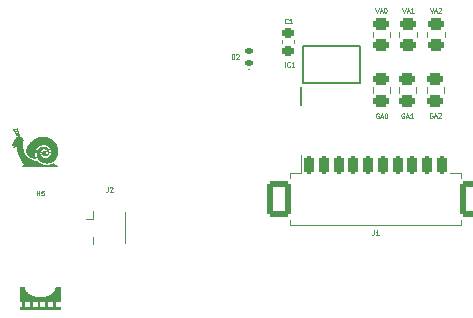
<source format=gto>
%TF.GenerationSoftware,KiCad,Pcbnew,7.0.10-7.0.10~ubuntu22.04.1*%
%TF.CreationDate,2024-06-11T12:31:41+02:00*%
%TF.ProjectId,PQ_Lat_Board,50515f4c-6174-45f4-926f-6172642e6b69,rev?*%
%TF.SameCoordinates,Original*%
%TF.FileFunction,Legend,Top*%
%TF.FilePolarity,Positive*%
%FSLAX46Y46*%
G04 Gerber Fmt 4.6, Leading zero omitted, Abs format (unit mm)*
G04 Created by KiCad (PCBNEW 7.0.10-7.0.10~ubuntu22.04.1) date 2024-06-11 12:31:41*
%MOMM*%
%LPD*%
G01*
G04 APERTURE LIST*
G04 Aperture macros list*
%AMRoundRect*
0 Rectangle with rounded corners*
0 $1 Rounding radius*
0 $2 $3 $4 $5 $6 $7 $8 $9 X,Y pos of 4 corners*
0 Add a 4 corners polygon primitive as box body*
4,1,4,$2,$3,$4,$5,$6,$7,$8,$9,$2,$3,0*
0 Add four circle primitives for the rounded corners*
1,1,$1+$1,$2,$3*
1,1,$1+$1,$4,$5*
1,1,$1+$1,$6,$7*
1,1,$1+$1,$8,$9*
0 Add four rect primitives between the rounded corners*
20,1,$1+$1,$2,$3,$4,$5,0*
20,1,$1+$1,$4,$5,$6,$7,0*
20,1,$1+$1,$6,$7,$8,$9,0*
20,1,$1+$1,$8,$9,$2,$3,0*%
G04 Aperture macros list end*
%ADD10C,0.100000*%
%ADD11C,0.120000*%
%ADD12C,0.200000*%
%ADD13RoundRect,0.250000X-0.450000X0.262500X-0.450000X-0.262500X0.450000X-0.262500X0.450000X0.262500X0*%
%ADD14RoundRect,0.250000X0.450000X-0.262500X0.450000X0.262500X-0.450000X0.262500X-0.450000X-0.262500X0*%
%ADD15RoundRect,0.200000X-0.200000X-0.600000X0.200000X-0.600000X0.200000X0.600000X-0.200000X0.600000X0*%
%ADD16RoundRect,0.250001X-0.799999X-1.249999X0.799999X-1.249999X0.799999X1.249999X-0.799999X1.249999X0*%
%ADD17R,0.700000X1.550000*%
%ADD18RoundRect,0.147500X0.172500X-0.147500X0.172500X0.147500X-0.172500X0.147500X-0.172500X-0.147500X0*%
%ADD19C,4.400000*%
%ADD20RoundRect,0.225000X-0.250000X0.225000X-0.250000X-0.225000X0.250000X-0.225000X0.250000X0.225000X0*%
%ADD21C,3.500000*%
%ADD22C,2.600000*%
%ADD23C,3.800000*%
%ADD24R,1.050000X1.000000*%
%ADD25R,2.200000X1.050000*%
%ADD26C,1.600000*%
%ADD27O,1.600000X1.600000*%
G04 APERTURE END LIST*
D10*
X111699857Y-56347095D02*
X111661762Y-56328047D01*
X111661762Y-56328047D02*
X111604619Y-56328047D01*
X111604619Y-56328047D02*
X111547476Y-56347095D01*
X111547476Y-56347095D02*
X111509381Y-56385190D01*
X111509381Y-56385190D02*
X111490334Y-56423285D01*
X111490334Y-56423285D02*
X111471286Y-56499476D01*
X111471286Y-56499476D02*
X111471286Y-56556619D01*
X111471286Y-56556619D02*
X111490334Y-56632809D01*
X111490334Y-56632809D02*
X111509381Y-56670904D01*
X111509381Y-56670904D02*
X111547476Y-56709000D01*
X111547476Y-56709000D02*
X111604619Y-56728047D01*
X111604619Y-56728047D02*
X111642715Y-56728047D01*
X111642715Y-56728047D02*
X111699857Y-56709000D01*
X111699857Y-56709000D02*
X111718905Y-56689952D01*
X111718905Y-56689952D02*
X111718905Y-56556619D01*
X111718905Y-56556619D02*
X111642715Y-56556619D01*
X111871286Y-56613761D02*
X112061762Y-56613761D01*
X111833191Y-56728047D02*
X111966524Y-56328047D01*
X111966524Y-56328047D02*
X112099857Y-56728047D01*
X112214143Y-56366142D02*
X112233191Y-56347095D01*
X112233191Y-56347095D02*
X112271286Y-56328047D01*
X112271286Y-56328047D02*
X112366524Y-56328047D01*
X112366524Y-56328047D02*
X112404619Y-56347095D01*
X112404619Y-56347095D02*
X112423667Y-56366142D01*
X112423667Y-56366142D02*
X112442714Y-56404238D01*
X112442714Y-56404238D02*
X112442714Y-56442333D01*
X112442714Y-56442333D02*
X112423667Y-56499476D01*
X112423667Y-56499476D02*
X112195095Y-56728047D01*
X112195095Y-56728047D02*
X112442714Y-56728047D01*
X109175762Y-47425647D02*
X109309095Y-47825647D01*
X109309095Y-47825647D02*
X109442428Y-47425647D01*
X109556714Y-47711361D02*
X109747190Y-47711361D01*
X109518619Y-47825647D02*
X109651952Y-47425647D01*
X109651952Y-47425647D02*
X109785285Y-47825647D01*
X110128142Y-47825647D02*
X109899571Y-47825647D01*
X110013857Y-47825647D02*
X110013857Y-47425647D01*
X110013857Y-47425647D02*
X109975761Y-47482790D01*
X109975761Y-47482790D02*
X109937666Y-47520885D01*
X109937666Y-47520885D02*
X109899571Y-47539933D01*
X106769066Y-66259447D02*
X106769066Y-66545161D01*
X106769066Y-66545161D02*
X106750019Y-66602304D01*
X106750019Y-66602304D02*
X106711923Y-66640400D01*
X106711923Y-66640400D02*
X106654781Y-66659447D01*
X106654781Y-66659447D02*
X106616685Y-66659447D01*
X107169066Y-66659447D02*
X106940495Y-66659447D01*
X107054781Y-66659447D02*
X107054781Y-66259447D01*
X107054781Y-66259447D02*
X107016685Y-66316590D01*
X107016685Y-66316590D02*
X106978590Y-66354685D01*
X106978590Y-66354685D02*
X106940495Y-66373733D01*
X111504762Y-47425647D02*
X111638095Y-47825647D01*
X111638095Y-47825647D02*
X111771428Y-47425647D01*
X111885714Y-47711361D02*
X112076190Y-47711361D01*
X111847619Y-47825647D02*
X111980952Y-47425647D01*
X111980952Y-47425647D02*
X112114285Y-47825647D01*
X112228571Y-47463742D02*
X112247619Y-47444695D01*
X112247619Y-47444695D02*
X112285714Y-47425647D01*
X112285714Y-47425647D02*
X112380952Y-47425647D01*
X112380952Y-47425647D02*
X112419047Y-47444695D01*
X112419047Y-47444695D02*
X112438095Y-47463742D01*
X112438095Y-47463742D02*
X112457142Y-47501838D01*
X112457142Y-47501838D02*
X112457142Y-47539933D01*
X112457142Y-47539933D02*
X112438095Y-47597076D01*
X112438095Y-47597076D02*
X112209523Y-47825647D01*
X112209523Y-47825647D02*
X112457142Y-47825647D01*
X99228124Y-52410047D02*
X99228124Y-52010047D01*
X99647171Y-52371952D02*
X99628123Y-52391000D01*
X99628123Y-52391000D02*
X99570981Y-52410047D01*
X99570981Y-52410047D02*
X99532885Y-52410047D01*
X99532885Y-52410047D02*
X99475742Y-52391000D01*
X99475742Y-52391000D02*
X99437647Y-52352904D01*
X99437647Y-52352904D02*
X99418600Y-52314809D01*
X99418600Y-52314809D02*
X99399552Y-52238619D01*
X99399552Y-52238619D02*
X99399552Y-52181476D01*
X99399552Y-52181476D02*
X99418600Y-52105285D01*
X99418600Y-52105285D02*
X99437647Y-52067190D01*
X99437647Y-52067190D02*
X99475742Y-52029095D01*
X99475742Y-52029095D02*
X99532885Y-52010047D01*
X99532885Y-52010047D02*
X99570981Y-52010047D01*
X99570981Y-52010047D02*
X99628123Y-52029095D01*
X99628123Y-52029095D02*
X99647171Y-52048142D01*
X100028123Y-52410047D02*
X99799552Y-52410047D01*
X99913838Y-52410047D02*
X99913838Y-52010047D01*
X99913838Y-52010047D02*
X99875742Y-52067190D01*
X99875742Y-52067190D02*
X99837647Y-52105285D01*
X99837647Y-52105285D02*
X99799552Y-52124333D01*
X106888762Y-47425647D02*
X107022095Y-47825647D01*
X107022095Y-47825647D02*
X107155428Y-47425647D01*
X107269714Y-47711361D02*
X107460190Y-47711361D01*
X107231619Y-47825647D02*
X107364952Y-47425647D01*
X107364952Y-47425647D02*
X107498285Y-47825647D01*
X107707809Y-47425647D02*
X107745904Y-47425647D01*
X107745904Y-47425647D02*
X107784000Y-47444695D01*
X107784000Y-47444695D02*
X107803047Y-47463742D01*
X107803047Y-47463742D02*
X107822095Y-47501838D01*
X107822095Y-47501838D02*
X107841142Y-47578028D01*
X107841142Y-47578028D02*
X107841142Y-47673266D01*
X107841142Y-47673266D02*
X107822095Y-47749457D01*
X107822095Y-47749457D02*
X107803047Y-47787552D01*
X107803047Y-47787552D02*
X107784000Y-47806600D01*
X107784000Y-47806600D02*
X107745904Y-47825647D01*
X107745904Y-47825647D02*
X107707809Y-47825647D01*
X107707809Y-47825647D02*
X107669714Y-47806600D01*
X107669714Y-47806600D02*
X107650666Y-47787552D01*
X107650666Y-47787552D02*
X107631619Y-47749457D01*
X107631619Y-47749457D02*
X107612571Y-47673266D01*
X107612571Y-47673266D02*
X107612571Y-47578028D01*
X107612571Y-47578028D02*
X107631619Y-47501838D01*
X107631619Y-47501838D02*
X107650666Y-47463742D01*
X107650666Y-47463742D02*
X107669714Y-47444695D01*
X107669714Y-47444695D02*
X107707809Y-47425647D01*
X94718362Y-51751947D02*
X94718362Y-51351947D01*
X94718362Y-51351947D02*
X94813600Y-51351947D01*
X94813600Y-51351947D02*
X94870743Y-51370995D01*
X94870743Y-51370995D02*
X94908838Y-51409090D01*
X94908838Y-51409090D02*
X94927885Y-51447185D01*
X94927885Y-51447185D02*
X94946933Y-51523376D01*
X94946933Y-51523376D02*
X94946933Y-51580519D01*
X94946933Y-51580519D02*
X94927885Y-51656709D01*
X94927885Y-51656709D02*
X94908838Y-51694804D01*
X94908838Y-51694804D02*
X94870743Y-51732900D01*
X94870743Y-51732900D02*
X94813600Y-51751947D01*
X94813600Y-51751947D02*
X94718362Y-51751947D01*
X95099314Y-51390042D02*
X95118362Y-51370995D01*
X95118362Y-51370995D02*
X95156457Y-51351947D01*
X95156457Y-51351947D02*
X95251695Y-51351947D01*
X95251695Y-51351947D02*
X95289790Y-51370995D01*
X95289790Y-51370995D02*
X95308838Y-51390042D01*
X95308838Y-51390042D02*
X95327885Y-51428138D01*
X95327885Y-51428138D02*
X95327885Y-51466233D01*
X95327885Y-51466233D02*
X95308838Y-51523376D01*
X95308838Y-51523376D02*
X95080266Y-51751947D01*
X95080266Y-51751947D02*
X95327885Y-51751947D01*
X99444333Y-48701952D02*
X99425285Y-48721000D01*
X99425285Y-48721000D02*
X99368143Y-48740047D01*
X99368143Y-48740047D02*
X99330047Y-48740047D01*
X99330047Y-48740047D02*
X99272904Y-48721000D01*
X99272904Y-48721000D02*
X99234809Y-48682904D01*
X99234809Y-48682904D02*
X99215762Y-48644809D01*
X99215762Y-48644809D02*
X99196714Y-48568619D01*
X99196714Y-48568619D02*
X99196714Y-48511476D01*
X99196714Y-48511476D02*
X99215762Y-48435285D01*
X99215762Y-48435285D02*
X99234809Y-48397190D01*
X99234809Y-48397190D02*
X99272904Y-48359095D01*
X99272904Y-48359095D02*
X99330047Y-48340047D01*
X99330047Y-48340047D02*
X99368143Y-48340047D01*
X99368143Y-48340047D02*
X99425285Y-48359095D01*
X99425285Y-48359095D02*
X99444333Y-48378142D01*
X99825285Y-48740047D02*
X99596714Y-48740047D01*
X99711000Y-48740047D02*
X99711000Y-48340047D01*
X99711000Y-48340047D02*
X99672904Y-48397190D01*
X99672904Y-48397190D02*
X99634809Y-48435285D01*
X99634809Y-48435285D02*
X99596714Y-48454333D01*
X107153257Y-56372495D02*
X107115162Y-56353447D01*
X107115162Y-56353447D02*
X107058019Y-56353447D01*
X107058019Y-56353447D02*
X107000876Y-56372495D01*
X107000876Y-56372495D02*
X106962781Y-56410590D01*
X106962781Y-56410590D02*
X106943734Y-56448685D01*
X106943734Y-56448685D02*
X106924686Y-56524876D01*
X106924686Y-56524876D02*
X106924686Y-56582019D01*
X106924686Y-56582019D02*
X106943734Y-56658209D01*
X106943734Y-56658209D02*
X106962781Y-56696304D01*
X106962781Y-56696304D02*
X107000876Y-56734400D01*
X107000876Y-56734400D02*
X107058019Y-56753447D01*
X107058019Y-56753447D02*
X107096115Y-56753447D01*
X107096115Y-56753447D02*
X107153257Y-56734400D01*
X107153257Y-56734400D02*
X107172305Y-56715352D01*
X107172305Y-56715352D02*
X107172305Y-56582019D01*
X107172305Y-56582019D02*
X107096115Y-56582019D01*
X107324686Y-56639161D02*
X107515162Y-56639161D01*
X107286591Y-56753447D02*
X107419924Y-56353447D01*
X107419924Y-56353447D02*
X107553257Y-56753447D01*
X107762781Y-56353447D02*
X107800876Y-56353447D01*
X107800876Y-56353447D02*
X107838972Y-56372495D01*
X107838972Y-56372495D02*
X107858019Y-56391542D01*
X107858019Y-56391542D02*
X107877067Y-56429638D01*
X107877067Y-56429638D02*
X107896114Y-56505828D01*
X107896114Y-56505828D02*
X107896114Y-56601066D01*
X107896114Y-56601066D02*
X107877067Y-56677257D01*
X107877067Y-56677257D02*
X107858019Y-56715352D01*
X107858019Y-56715352D02*
X107838972Y-56734400D01*
X107838972Y-56734400D02*
X107800876Y-56753447D01*
X107800876Y-56753447D02*
X107762781Y-56753447D01*
X107762781Y-56753447D02*
X107724686Y-56734400D01*
X107724686Y-56734400D02*
X107705638Y-56715352D01*
X107705638Y-56715352D02*
X107686591Y-56677257D01*
X107686591Y-56677257D02*
X107667543Y-56601066D01*
X107667543Y-56601066D02*
X107667543Y-56505828D01*
X107667543Y-56505828D02*
X107686591Y-56429638D01*
X107686591Y-56429638D02*
X107705638Y-56391542D01*
X107705638Y-56391542D02*
X107724686Y-56372495D01*
X107724686Y-56372495D02*
X107762781Y-56353447D01*
X109312257Y-56372495D02*
X109274162Y-56353447D01*
X109274162Y-56353447D02*
X109217019Y-56353447D01*
X109217019Y-56353447D02*
X109159876Y-56372495D01*
X109159876Y-56372495D02*
X109121781Y-56410590D01*
X109121781Y-56410590D02*
X109102734Y-56448685D01*
X109102734Y-56448685D02*
X109083686Y-56524876D01*
X109083686Y-56524876D02*
X109083686Y-56582019D01*
X109083686Y-56582019D02*
X109102734Y-56658209D01*
X109102734Y-56658209D02*
X109121781Y-56696304D01*
X109121781Y-56696304D02*
X109159876Y-56734400D01*
X109159876Y-56734400D02*
X109217019Y-56753447D01*
X109217019Y-56753447D02*
X109255115Y-56753447D01*
X109255115Y-56753447D02*
X109312257Y-56734400D01*
X109312257Y-56734400D02*
X109331305Y-56715352D01*
X109331305Y-56715352D02*
X109331305Y-56582019D01*
X109331305Y-56582019D02*
X109255115Y-56582019D01*
X109483686Y-56639161D02*
X109674162Y-56639161D01*
X109445591Y-56753447D02*
X109578924Y-56353447D01*
X109578924Y-56353447D02*
X109712257Y-56753447D01*
X110055114Y-56753447D02*
X109826543Y-56753447D01*
X109940829Y-56753447D02*
X109940829Y-56353447D01*
X109940829Y-56353447D02*
X109902733Y-56410590D01*
X109902733Y-56410590D02*
X109864638Y-56448685D01*
X109864638Y-56448685D02*
X109826543Y-56467733D01*
X78200438Y-63302247D02*
X78200438Y-62902247D01*
X78200438Y-63092723D02*
X78429009Y-63092723D01*
X78429009Y-63302247D02*
X78429009Y-62902247D01*
X78809962Y-62902247D02*
X78619486Y-62902247D01*
X78619486Y-62902247D02*
X78600438Y-63092723D01*
X78600438Y-63092723D02*
X78619486Y-63073676D01*
X78619486Y-63073676D02*
X78657581Y-63054628D01*
X78657581Y-63054628D02*
X78752819Y-63054628D01*
X78752819Y-63054628D02*
X78790914Y-63073676D01*
X78790914Y-63073676D02*
X78809962Y-63092723D01*
X78809962Y-63092723D02*
X78829009Y-63130819D01*
X78829009Y-63130819D02*
X78829009Y-63226057D01*
X78829009Y-63226057D02*
X78809962Y-63264152D01*
X78809962Y-63264152D02*
X78790914Y-63283200D01*
X78790914Y-63283200D02*
X78752819Y-63302247D01*
X78752819Y-63302247D02*
X78657581Y-63302247D01*
X78657581Y-63302247D02*
X78619486Y-63283200D01*
X78619486Y-63283200D02*
X78600438Y-63264152D01*
X84231666Y-62602247D02*
X84231666Y-62887961D01*
X84231666Y-62887961D02*
X84212619Y-62945104D01*
X84212619Y-62945104D02*
X84174523Y-62983200D01*
X84174523Y-62983200D02*
X84117381Y-63002247D01*
X84117381Y-63002247D02*
X84079285Y-63002247D01*
X84403095Y-62640342D02*
X84422143Y-62621295D01*
X84422143Y-62621295D02*
X84460238Y-62602247D01*
X84460238Y-62602247D02*
X84555476Y-62602247D01*
X84555476Y-62602247D02*
X84593571Y-62621295D01*
X84593571Y-62621295D02*
X84612619Y-62640342D01*
X84612619Y-62640342D02*
X84631666Y-62678438D01*
X84631666Y-62678438D02*
X84631666Y-62716533D01*
X84631666Y-62716533D02*
X84612619Y-62773676D01*
X84612619Y-62773676D02*
X84384047Y-63002247D01*
X84384047Y-63002247D02*
X84631666Y-63002247D01*
D11*
%TO.C,GA2*%
X112687000Y-54149736D02*
X112687000Y-54603864D01*
X111217000Y-54149736D02*
X111217000Y-54603864D01*
%TO.C,VA1*%
X108916000Y-49904864D02*
X108916000Y-49450736D01*
X110386000Y-49904864D02*
X110386000Y-49450736D01*
%TO.C,J1*%
X99656617Y-61408784D02*
X100606617Y-61408784D01*
X99656617Y-61858784D02*
X99656617Y-61408784D01*
X99656617Y-65378784D02*
X99656617Y-65828784D01*
X99656617Y-65828784D02*
X114126617Y-65828784D01*
X100606617Y-61408784D02*
X100606617Y-59918784D01*
X114126617Y-61408784D02*
X113176617Y-61408784D01*
X114126617Y-61858784D02*
X114126617Y-61408784D01*
X114126617Y-65828784D02*
X114126617Y-65378784D01*
%TO.C,VA2*%
X111267000Y-49904864D02*
X111267000Y-49450736D01*
X112737000Y-49904864D02*
X112737000Y-49450736D01*
D12*
%TO.C,IC1*%
X100563600Y-55672200D02*
X100563600Y-54122200D01*
X100718600Y-53772200D02*
X100718600Y-50622200D01*
X105618600Y-53772200D02*
X100718600Y-53772200D01*
X100718600Y-50622200D02*
X105618600Y-50622200D01*
X105618600Y-50622200D02*
X105618600Y-53772200D01*
D11*
%TO.C,VA0*%
X106650000Y-49904864D02*
X106650000Y-49450736D01*
X108120000Y-49904864D02*
X108120000Y-49450736D01*
D10*
%TO.C,D2*%
X96233600Y-52662100D02*
G75*
G03*
X96133600Y-52662100I-50000J0D01*
G01*
X96133600Y-52662100D02*
G75*
G03*
X96233600Y-52662100I50000J0D01*
G01*
%TO.C,Annotation1*%
G36*
X79808353Y-72771745D02*
G01*
X80238742Y-72771745D01*
X80238742Y-72990467D01*
X76781520Y-72990467D01*
X76781520Y-72771745D01*
X76996714Y-72771745D01*
X77215437Y-72771745D01*
X77645825Y-72771745D01*
X77645825Y-72341356D01*
X77861020Y-72341356D01*
X77861020Y-72771745D01*
X78294937Y-72771745D01*
X78294937Y-72341356D01*
X78510131Y-72341356D01*
X78510131Y-72771745D01*
X78940520Y-72771745D01*
X78940520Y-72341356D01*
X79159242Y-72341356D01*
X79159242Y-72771745D01*
X79589631Y-72771745D01*
X79589631Y-72341356D01*
X79159242Y-72341356D01*
X78940520Y-72341356D01*
X78510131Y-72341356D01*
X78294937Y-72341356D01*
X77861020Y-72341356D01*
X77645825Y-72341356D01*
X77215437Y-72341356D01*
X77215437Y-72771745D01*
X76996714Y-72771745D01*
X76996714Y-72341356D01*
X76781520Y-72341356D01*
X76781520Y-71043134D01*
X76997420Y-71043839D01*
X77213673Y-71044898D01*
X77216142Y-71085467D01*
X77217814Y-71106615D01*
X77220311Y-71127719D01*
X77227749Y-71169750D01*
X77238394Y-71211470D01*
X77252181Y-71252789D01*
X77269048Y-71293618D01*
X77288931Y-71333867D01*
X77311769Y-71373449D01*
X77337498Y-71412272D01*
X77366054Y-71450247D01*
X77397375Y-71487286D01*
X77431397Y-71523298D01*
X77468059Y-71558195D01*
X77507295Y-71591886D01*
X77549045Y-71624284D01*
X77593243Y-71655297D01*
X77639828Y-71684837D01*
X77673963Y-71704763D01*
X77708892Y-71723793D01*
X77744608Y-71741925D01*
X77781105Y-71759157D01*
X77818375Y-71775485D01*
X77856410Y-71790908D01*
X77895205Y-71805422D01*
X77934751Y-71819024D01*
X77975040Y-71831714D01*
X78016067Y-71843487D01*
X78057824Y-71854341D01*
X78100302Y-71864274D01*
X78143497Y-71873283D01*
X78187399Y-71881365D01*
X78232001Y-71888518D01*
X78277298Y-71894739D01*
X78336037Y-71900861D01*
X78399149Y-71904953D01*
X78465255Y-71907036D01*
X78532973Y-71907131D01*
X78600923Y-71905257D01*
X78667723Y-71901437D01*
X78731994Y-71895689D01*
X78792353Y-71888037D01*
X78882021Y-71872433D01*
X78969087Y-71852723D01*
X79053298Y-71829073D01*
X79134399Y-71801650D01*
X79212137Y-71770623D01*
X79249665Y-71753809D01*
X79286258Y-71736157D01*
X79321883Y-71717688D01*
X79356508Y-71698422D01*
X79390103Y-71678381D01*
X79422635Y-71657584D01*
X79454072Y-71636054D01*
X79484383Y-71613811D01*
X79513536Y-71590877D01*
X79541499Y-71567271D01*
X79568242Y-71543015D01*
X79593730Y-71518129D01*
X79617935Y-71492636D01*
X79640822Y-71466555D01*
X79662362Y-71439908D01*
X79682521Y-71412716D01*
X79701269Y-71384999D01*
X79718573Y-71356778D01*
X79734403Y-71328075D01*
X79748725Y-71298910D01*
X79761509Y-71269304D01*
X79772723Y-71239278D01*
X79779324Y-71219357D01*
X79785119Y-71199767D01*
X79790129Y-71180442D01*
X79794374Y-71161314D01*
X79797875Y-71142320D01*
X79800653Y-71123391D01*
X79802727Y-71104462D01*
X79804120Y-71085467D01*
X79806589Y-71044898D01*
X80022489Y-71043839D01*
X80238742Y-71043134D01*
X80238742Y-72341356D01*
X79808353Y-72341356D01*
X79808353Y-72771745D01*
G37*
D11*
%TO.C,C1*%
X100021000Y-50146820D02*
X100021000Y-50427980D01*
X99001000Y-50146820D02*
X99001000Y-50427980D01*
%TO.C,Annotation2*%
G36*
X76288954Y-57636466D02*
G01*
X76312587Y-57646073D01*
X76331717Y-57659495D01*
X76334401Y-57662264D01*
X76345024Y-57679187D01*
X76354020Y-57703037D01*
X76360170Y-57730304D01*
X76361432Y-57740077D01*
X76364708Y-57759098D01*
X76369843Y-57776404D01*
X76372256Y-57781853D01*
X76379522Y-57796306D01*
X76388101Y-57814259D01*
X76391116Y-57820786D01*
X76408028Y-57853735D01*
X76430745Y-57891997D01*
X76457744Y-57933448D01*
X76487500Y-57975960D01*
X76518491Y-58017407D01*
X76549191Y-58055664D01*
X76578078Y-58088603D01*
X76596786Y-58107727D01*
X76610407Y-58118351D01*
X76619963Y-58121080D01*
X76624294Y-58116167D01*
X76622245Y-58103868D01*
X76621654Y-58102265D01*
X76615347Y-58083975D01*
X76606627Y-58055705D01*
X76595542Y-58017627D01*
X76582144Y-57969911D01*
X76576661Y-57950032D01*
X76571427Y-57929967D01*
X76565443Y-57905568D01*
X76560905Y-57886062D01*
X76556086Y-57864674D01*
X76551566Y-57844659D01*
X76548524Y-57831230D01*
X76541738Y-57815555D01*
X76532615Y-57807084D01*
X76508857Y-57790074D01*
X76491917Y-57767324D01*
X76482840Y-57741072D01*
X76482666Y-57713559D01*
X76484812Y-57704341D01*
X76496560Y-57676397D01*
X76513406Y-57656332D01*
X76534684Y-57643190D01*
X76563771Y-57633943D01*
X76589952Y-57634403D01*
X76614329Y-57644633D01*
X76619276Y-57647995D01*
X76638878Y-57663723D01*
X76651608Y-57678826D01*
X76658856Y-57696249D01*
X76662008Y-57718941D01*
X76662522Y-57739794D01*
X76663583Y-57766277D01*
X76666383Y-57794078D01*
X76670344Y-57817653D01*
X76670868Y-57819929D01*
X76684763Y-57876497D01*
X76697873Y-57926605D01*
X76711276Y-57974068D01*
X76726049Y-58022703D01*
X76743272Y-58076326D01*
X76743383Y-58076666D01*
X76754200Y-58109595D01*
X76762340Y-58134167D01*
X76768339Y-58151961D01*
X76772737Y-58164556D01*
X76776071Y-58173532D01*
X76778054Y-58178496D01*
X76782059Y-58188886D01*
X76788067Y-58205217D01*
X76793468Y-58220272D01*
X76801281Y-58241179D01*
X76809606Y-58261748D01*
X76814490Y-58272836D01*
X76820531Y-58286891D01*
X76824044Y-58297232D01*
X76824405Y-58299442D01*
X76828624Y-58308028D01*
X76838430Y-58316611D01*
X76849548Y-58321747D01*
X76852554Y-58322102D01*
X76861225Y-58324292D01*
X76876393Y-58330121D01*
X76895252Y-58338479D01*
X76901752Y-58341576D01*
X76939564Y-58364125D01*
X76977067Y-58394075D01*
X77011670Y-58428876D01*
X77040783Y-58465977D01*
X77058581Y-58496005D01*
X77079670Y-58549952D01*
X77091712Y-58608402D01*
X77094669Y-58670575D01*
X77088503Y-58735692D01*
X77073307Y-58802530D01*
X77067282Y-58823180D01*
X77060055Y-58847938D01*
X77054253Y-58867805D01*
X77036494Y-58946714D01*
X77028014Y-59029534D01*
X77028829Y-59115351D01*
X77038956Y-59203247D01*
X77047238Y-59246403D01*
X77059225Y-59294003D01*
X77074962Y-59344957D01*
X77093378Y-59396433D01*
X77113405Y-59445600D01*
X77133972Y-59489629D01*
X77150876Y-59520560D01*
X77157569Y-59533675D01*
X77161448Y-59547531D01*
X77163227Y-59565672D01*
X77163611Y-59583600D01*
X77165149Y-59613827D01*
X77170000Y-59641649D01*
X77179042Y-59670458D01*
X77193157Y-59703646D01*
X77196693Y-59711164D01*
X77234217Y-59780730D01*
X77280539Y-59851182D01*
X77334293Y-59921005D01*
X77394114Y-59988681D01*
X77458636Y-60052693D01*
X77526494Y-60111524D01*
X77596322Y-60163656D01*
X77615544Y-60176523D01*
X77633425Y-60188002D01*
X77648607Y-60197410D01*
X77658461Y-60203130D01*
X77659932Y-60203860D01*
X77669313Y-60208736D01*
X77682709Y-60216430D01*
X77686042Y-60218431D01*
X77710226Y-60232075D01*
X77739830Y-60247266D01*
X77770513Y-60261830D01*
X77787872Y-60269462D01*
X77805949Y-60277396D01*
X77822495Y-60285124D01*
X77828766Y-60288270D01*
X77842062Y-60293824D01*
X77852526Y-60296033D01*
X77863159Y-60298401D01*
X77866463Y-60300426D01*
X77874377Y-60304431D01*
X77890434Y-60310381D01*
X77912661Y-60317636D01*
X77939082Y-60325552D01*
X77967722Y-60333490D01*
X77970643Y-60334263D01*
X78019601Y-60346478D01*
X78067347Y-60356849D01*
X78116801Y-60365912D01*
X78170886Y-60374204D01*
X78231745Y-60382165D01*
X78299631Y-60390477D01*
X78362296Y-60452156D01*
X78395984Y-60484670D01*
X78425202Y-60511176D01*
X78452335Y-60533546D01*
X78479767Y-60553653D01*
X78509885Y-60573366D01*
X78539974Y-60591562D01*
X78569456Y-60608711D01*
X78592766Y-60621627D01*
X78612557Y-60631656D01*
X78631486Y-60640142D01*
X78652119Y-60648399D01*
X78668526Y-60655016D01*
X78682281Y-60661093D01*
X78686024Y-60662948D01*
X78698903Y-60668330D01*
X78712134Y-60672397D01*
X78729391Y-60677216D01*
X78743505Y-60681699D01*
X78766875Y-60688685D01*
X78798562Y-60696604D01*
X78836530Y-60704976D01*
X78871445Y-60711941D01*
X78890874Y-60715200D01*
X78911656Y-60717664D01*
X78935571Y-60719428D01*
X78964400Y-60720587D01*
X78999924Y-60721239D01*
X79043923Y-60721477D01*
X79048994Y-60721482D01*
X79096814Y-60721323D01*
X79136583Y-60720563D01*
X79170689Y-60718877D01*
X79201523Y-60715941D01*
X79231474Y-60711433D01*
X79262929Y-60705027D01*
X79298280Y-60696401D01*
X79339914Y-60685230D01*
X79362316Y-60679013D01*
X79381945Y-60673070D01*
X79400327Y-60666757D01*
X79408186Y-60663674D01*
X79421911Y-60658699D01*
X79432400Y-60656376D01*
X79433062Y-60656354D01*
X79444147Y-60653960D01*
X79449856Y-60651471D01*
X79458622Y-60647173D01*
X79474105Y-60639962D01*
X79493472Y-60631150D01*
X79500700Y-60627905D01*
X79520571Y-60618864D01*
X79537355Y-60610948D01*
X79548311Y-60605460D01*
X79550310Y-60604323D01*
X79559476Y-60599183D01*
X79573830Y-60591707D01*
X79581642Y-60587785D01*
X79600916Y-60577660D01*
X79620463Y-60566532D01*
X79625632Y-60563390D01*
X79638297Y-60555887D01*
X79645340Y-60553717D01*
X79649905Y-60556536D01*
X79652719Y-60560412D01*
X79688296Y-60607224D01*
X79730375Y-60652810D01*
X79775771Y-60693950D01*
X79811412Y-60720868D01*
X79829937Y-60733519D01*
X79844453Y-60743209D01*
X79857145Y-60751191D01*
X79870199Y-60758721D01*
X79885800Y-60767053D01*
X79906135Y-60777442D01*
X79933388Y-60791145D01*
X79936665Y-60792789D01*
X79970352Y-60810417D01*
X79995353Y-60825428D01*
X80012778Y-60838823D01*
X80023739Y-60851601D01*
X80029347Y-60864763D01*
X80030737Y-60877457D01*
X80029200Y-60891600D01*
X80023247Y-60903660D01*
X80010864Y-60917668D01*
X80010464Y-60918070D01*
X79990190Y-60938344D01*
X78499708Y-60938344D01*
X77009225Y-60938344D01*
X76993111Y-60921372D01*
X76978109Y-60901902D01*
X76971815Y-60882922D01*
X76972912Y-60862499D01*
X76975664Y-60854480D01*
X76981611Y-60845485D01*
X76991681Y-60834679D01*
X77006805Y-60821227D01*
X77027913Y-60804292D01*
X77055935Y-60783040D01*
X77086105Y-60760794D01*
X77104934Y-60746500D01*
X77123137Y-60731814D01*
X77136484Y-60720178D01*
X77147608Y-60708664D01*
X77152344Y-60699092D01*
X77152496Y-60686930D01*
X77151849Y-60681580D01*
X77147881Y-60666379D01*
X77139141Y-60651458D01*
X77123773Y-60633662D01*
X77123544Y-60633422D01*
X77079424Y-60584850D01*
X77033861Y-60530587D01*
X76989890Y-60474378D01*
X76950671Y-60420146D01*
X76934750Y-60396731D01*
X76918035Y-60371604D01*
X76901744Y-60346657D01*
X76887093Y-60323780D01*
X76875302Y-60304865D01*
X76867587Y-60291801D01*
X76865705Y-60288200D01*
X76859807Y-60276900D01*
X76851483Y-60262365D01*
X76849750Y-60259479D01*
X76833891Y-60232712D01*
X76818786Y-60205776D01*
X76802986Y-60175977D01*
X76785045Y-60140623D01*
X76775349Y-60121095D01*
X76755944Y-60081445D01*
X76739379Y-60046864D01*
X76726062Y-60018241D01*
X76716401Y-59996467D01*
X76710805Y-59982432D01*
X76709520Y-59977547D01*
X76707303Y-59970181D01*
X76701956Y-59958583D01*
X76701825Y-59958329D01*
X76697762Y-59950262D01*
X76693649Y-59941295D01*
X76688562Y-59929236D01*
X76681577Y-59911893D01*
X76671771Y-59887076D01*
X76671388Y-59886103D01*
X76658379Y-59851386D01*
X76643621Y-59809250D01*
X76627982Y-59762386D01*
X76612328Y-59713486D01*
X76597525Y-59665242D01*
X76584440Y-59620346D01*
X76576424Y-59591058D01*
X76570395Y-59568722D01*
X76564107Y-59546223D01*
X76560163Y-59532634D01*
X76555816Y-59516282D01*
X76553201Y-59503011D01*
X76552859Y-59499150D01*
X76551504Y-59489110D01*
X76548046Y-59473443D01*
X76545457Y-59463577D01*
X76540200Y-59442756D01*
X76533793Y-59414424D01*
X76526792Y-59381370D01*
X76519755Y-59346387D01*
X76513242Y-59312265D01*
X76507809Y-59281796D01*
X76504016Y-59257771D01*
X76503406Y-59253237D01*
X76499568Y-59230484D01*
X76494021Y-59215805D01*
X76485160Y-59206829D01*
X76471377Y-59201187D01*
X76467409Y-59200129D01*
X76452653Y-59195532D01*
X76442591Y-59190768D01*
X76440587Y-59188963D01*
X76433331Y-59184805D01*
X76425538Y-59183739D01*
X76416942Y-59186898D01*
X76404610Y-59196858D01*
X76387733Y-59214339D01*
X76375358Y-59228423D01*
X76352037Y-59254105D01*
X76332643Y-59271674D01*
X76315723Y-59281966D01*
X76299823Y-59285818D01*
X76283490Y-59284068D01*
X76280270Y-59283186D01*
X76259370Y-59272068D01*
X76245586Y-59253777D01*
X76239698Y-59229446D01*
X76239537Y-59224187D01*
X76241426Y-59207874D01*
X76247791Y-59191464D01*
X76259683Y-59173227D01*
X76278150Y-59151435D01*
X76293504Y-59135234D01*
X76305967Y-59121264D01*
X76314751Y-59109166D01*
X76317867Y-59101907D01*
X76314728Y-59089810D01*
X76307004Y-59076237D01*
X76297240Y-59064685D01*
X76287978Y-59058650D01*
X76286227Y-59058410D01*
X76276550Y-59060806D01*
X76261456Y-59067031D01*
X76247370Y-59074076D01*
X76230239Y-59082408D01*
X76215247Y-59088089D01*
X76207193Y-59089742D01*
X76194391Y-59093172D01*
X76186633Y-59098194D01*
X76173116Y-59104051D01*
X76156651Y-59100096D01*
X76137574Y-59086433D01*
X76132585Y-59081660D01*
X76120614Y-59067750D01*
X76115230Y-59054911D01*
X76114208Y-59042493D01*
X76117731Y-59023776D01*
X76128827Y-59006222D01*
X76148281Y-58989045D01*
X76176884Y-58971461D01*
X76194622Y-58962387D01*
X76241093Y-58939740D01*
X76240036Y-58864607D01*
X76241240Y-58808159D01*
X76247077Y-58757797D01*
X76258319Y-58710271D01*
X76275742Y-58662328D01*
X76300119Y-58610719D01*
X76300845Y-58609314D01*
X76336808Y-58549798D01*
X76381470Y-58492566D01*
X76433088Y-58439703D01*
X76466765Y-58410876D01*
X76488886Y-58394948D01*
X76516363Y-58377673D01*
X76546042Y-58360812D01*
X76574773Y-58346125D01*
X76599403Y-58335374D01*
X76606312Y-58332919D01*
X76619458Y-58327835D01*
X76627649Y-58323181D01*
X76628460Y-58322295D01*
X76625738Y-58317492D01*
X76616639Y-58306462D01*
X76602191Y-58290343D01*
X76583423Y-58270273D01*
X76561365Y-58247387D01*
X76552565Y-58238424D01*
X76488716Y-58170800D01*
X76430655Y-58103395D01*
X76379139Y-58037212D01*
X76334921Y-57973254D01*
X76298757Y-57912524D01*
X76281322Y-57878229D01*
X76269566Y-57853636D01*
X76260814Y-57836685D01*
X76253703Y-57825532D01*
X76246867Y-57818333D01*
X76238943Y-57813243D01*
X76230204Y-57809141D01*
X76206017Y-57793344D01*
X76188508Y-57771556D01*
X76178343Y-57745947D01*
X76176185Y-57718687D01*
X76182697Y-57691946D01*
X76190179Y-57678299D01*
X76209669Y-57656532D01*
X76233231Y-57640965D01*
X76258039Y-57633299D01*
X76265751Y-57632793D01*
X76288954Y-57636466D01*
G37*
G36*
X78828416Y-58341297D02*
G01*
X78889921Y-58344851D01*
X78913221Y-58347144D01*
X79029708Y-58364349D01*
X79139003Y-58388945D01*
X79241371Y-58421015D01*
X79337081Y-58460642D01*
X79418885Y-58503495D01*
X79436472Y-58513604D01*
X79450275Y-58521316D01*
X79458091Y-58525409D01*
X79459026Y-58525762D01*
X79464679Y-58528687D01*
X79476961Y-58536647D01*
X79494138Y-58548420D01*
X79514478Y-58562782D01*
X79536246Y-58578510D01*
X79557711Y-58594381D01*
X79576420Y-58608614D01*
X79645819Y-58667662D01*
X79713014Y-58735156D01*
X79776188Y-58809105D01*
X79833520Y-58887519D01*
X79839520Y-58896526D01*
X79862560Y-58931806D01*
X79880774Y-58960700D01*
X79895357Y-58985361D01*
X79907501Y-59007939D01*
X79918399Y-59030586D01*
X79929244Y-59055454D01*
X79934007Y-59066923D01*
X79943221Y-59088979D01*
X79951832Y-59108957D01*
X79958500Y-59123770D01*
X79960557Y-59128025D01*
X79965952Y-59141377D01*
X79968073Y-59151785D01*
X79970722Y-59162409D01*
X79972996Y-59165722D01*
X79977324Y-59173656D01*
X79982010Y-59187268D01*
X79983167Y-59191572D01*
X79987397Y-59207522D01*
X79993299Y-59228704D01*
X79999154Y-59249014D01*
X80016796Y-59321353D01*
X80029639Y-59400461D01*
X80037572Y-59483773D01*
X80040486Y-59568727D01*
X80038270Y-59652758D01*
X80030814Y-59733302D01*
X80022294Y-59786884D01*
X80013573Y-59827312D01*
X80002544Y-59870273D01*
X79989872Y-59913771D01*
X79976218Y-59955806D01*
X79962245Y-59994384D01*
X79948617Y-60027507D01*
X79935995Y-60053179D01*
X79931294Y-60061041D01*
X79924701Y-60072578D01*
X79922684Y-60076707D01*
X79913459Y-60094451D01*
X79899461Y-60118132D01*
X79882222Y-60145357D01*
X79863276Y-60173738D01*
X79844154Y-60200884D01*
X79836061Y-60211846D01*
X79782673Y-60275986D01*
X79721418Y-60337445D01*
X79654470Y-60394409D01*
X79584000Y-60445064D01*
X79512182Y-60487597D01*
X79495478Y-60496151D01*
X79446962Y-60519107D01*
X79402875Y-60537402D01*
X79362534Y-60551627D01*
X79267441Y-60578187D01*
X79174522Y-60595204D01*
X79082121Y-60602852D01*
X78988581Y-60601302D01*
X78934109Y-60596369D01*
X78866724Y-60586667D01*
X78808978Y-60574291D01*
X78760385Y-60559130D01*
X78747244Y-60553907D01*
X78734291Y-60549051D01*
X78725310Y-60546725D01*
X78724701Y-60546691D01*
X78717396Y-60544418D01*
X78702989Y-60538292D01*
X78683606Y-60529346D01*
X78661375Y-60518617D01*
X78638422Y-60507140D01*
X78616874Y-60495951D01*
X78598857Y-60486085D01*
X78592066Y-60482110D01*
X78550753Y-60454286D01*
X78507410Y-60420078D01*
X78464241Y-60381584D01*
X78423448Y-60340906D01*
X78387234Y-60300142D01*
X78357802Y-60261392D01*
X78353044Y-60254257D01*
X78336765Y-60228272D01*
X78320213Y-60200250D01*
X78304599Y-60172407D01*
X78291136Y-60146956D01*
X78281036Y-60126112D01*
X78275868Y-60113262D01*
X78271651Y-60101129D01*
X78265257Y-60083847D01*
X78260522Y-60071485D01*
X78241573Y-60016375D01*
X78227847Y-59960940D01*
X78218912Y-59902599D01*
X78214332Y-59838775D01*
X78213485Y-59791632D01*
X78214546Y-59735566D01*
X78218072Y-59686866D01*
X78224543Y-59642649D01*
X78234441Y-59600027D01*
X78248244Y-59556115D01*
X78256442Y-59533615D01*
X78264109Y-59515386D01*
X78273959Y-59494731D01*
X78284387Y-59474739D01*
X78293790Y-59458499D01*
X78300044Y-59449651D01*
X78306086Y-59441227D01*
X78307464Y-59437347D01*
X78310683Y-59430848D01*
X78319318Y-59418437D01*
X78331842Y-59402001D01*
X78346723Y-59383426D01*
X78362433Y-59364601D01*
X78377442Y-59347411D01*
X78390222Y-59333744D01*
X78395808Y-59328355D01*
X78433901Y-59296761D01*
X78476453Y-59266202D01*
X78519570Y-59239336D01*
X78550068Y-59223144D01*
X78570958Y-59213287D01*
X78588543Y-59205430D01*
X78600595Y-59200542D01*
X78604594Y-59199405D01*
X78612709Y-59197502D01*
X78625419Y-59192849D01*
X78627137Y-59192131D01*
X78656607Y-59181631D01*
X78689337Y-59174105D01*
X78727220Y-59169288D01*
X78772147Y-59166911D01*
X78808529Y-59166555D01*
X78844429Y-59166942D01*
X78872265Y-59167946D01*
X78894409Y-59169776D01*
X78913232Y-59172638D01*
X78931108Y-59176740D01*
X78934109Y-59177545D01*
X78971463Y-59188237D01*
X79001826Y-59198371D01*
X79028468Y-59209339D01*
X79054658Y-59222530D01*
X79083667Y-59239335D01*
X79093381Y-59245272D01*
X79107571Y-59255793D01*
X79126065Y-59272007D01*
X79147032Y-59292023D01*
X79168642Y-59313950D01*
X79189063Y-59335893D01*
X79206464Y-59355963D01*
X79219014Y-59372267D01*
X79223674Y-59379890D01*
X79231430Y-59394547D01*
X79238370Y-59406058D01*
X79239963Y-59408286D01*
X79246255Y-59419315D01*
X79254452Y-59437818D01*
X79263581Y-59461229D01*
X79272666Y-59486981D01*
X79280736Y-59512508D01*
X79284273Y-59525088D01*
X79290783Y-59559750D01*
X79294203Y-59600711D01*
X79294543Y-59644294D01*
X79291814Y-59686827D01*
X79286028Y-59724634D01*
X79283646Y-59734703D01*
X79266589Y-59786710D01*
X79243902Y-59832296D01*
X79222896Y-59863376D01*
X79210695Y-59878194D01*
X79195176Y-59895136D01*
X79178138Y-59912471D01*
X79161381Y-59928463D01*
X79146703Y-59941381D01*
X79135902Y-59949490D01*
X79131553Y-59951378D01*
X79124728Y-59953920D01*
X79112836Y-59960306D01*
X79107638Y-59963428D01*
X79076245Y-59979153D01*
X79038200Y-59992472D01*
X78997201Y-60002405D01*
X78956941Y-60007970D01*
X78936720Y-60008814D01*
X78905142Y-60006641D01*
X78869749Y-60000747D01*
X78834947Y-59992089D01*
X78805141Y-59981621D01*
X78799397Y-59979030D01*
X78781233Y-59968004D01*
X78759536Y-59951277D01*
X78736518Y-59930967D01*
X78714392Y-59909193D01*
X78695369Y-59888071D01*
X78681663Y-59869720D01*
X78677581Y-59862430D01*
X78666297Y-59837838D01*
X78658537Y-59818615D01*
X78653657Y-59801672D01*
X78651012Y-59783921D01*
X78649959Y-59762274D01*
X78649852Y-59733642D01*
X78649872Y-59729603D01*
X78650158Y-59701277D01*
X78650920Y-59680937D01*
X78652545Y-59666127D01*
X78655422Y-59654389D01*
X78659939Y-59643267D01*
X78665154Y-59632853D01*
X78678646Y-59611079D01*
X78696463Y-59588028D01*
X78716149Y-59566436D01*
X78735251Y-59549035D01*
X78748656Y-59539864D01*
X78786560Y-59523851D01*
X78826365Y-59514559D01*
X78865555Y-59512226D01*
X78901613Y-59517086D01*
X78921124Y-59523740D01*
X78949030Y-59540057D01*
X78975273Y-59562462D01*
X78996265Y-59587679D01*
X79002446Y-59597930D01*
X79008129Y-59610597D01*
X79011808Y-59624691D01*
X79013967Y-59643069D01*
X79015090Y-59668590D01*
X79015200Y-59673266D01*
X79015975Y-59698155D01*
X79017364Y-59715205D01*
X79019903Y-59727021D01*
X79024126Y-59736208D01*
X79029794Y-59744362D01*
X79047426Y-59760069D01*
X79068073Y-59766999D01*
X79089563Y-59765438D01*
X79109725Y-59755675D01*
X79126388Y-59737998D01*
X79130470Y-59731019D01*
X79134511Y-59717023D01*
X79136993Y-59695697D01*
X79137935Y-59670037D01*
X79137357Y-59643037D01*
X79135276Y-59617692D01*
X79131713Y-59596997D01*
X79129579Y-59589858D01*
X79105074Y-59536158D01*
X79074017Y-59490481D01*
X79036560Y-59452963D01*
X78992851Y-59423738D01*
X78943041Y-59402944D01*
X78914801Y-59395513D01*
X78891976Y-59391338D01*
X78869296Y-59388409D01*
X78852884Y-59387398D01*
X78831842Y-59388881D01*
X78806176Y-59392802D01*
X78779652Y-59398372D01*
X78756035Y-59404800D01*
X78739165Y-59411260D01*
X78727498Y-59416507D01*
X78720009Y-59418730D01*
X78719957Y-59418730D01*
X78708158Y-59422398D01*
X78691143Y-59432415D01*
X78670610Y-59447305D01*
X78648257Y-59465588D01*
X78625782Y-59485789D01*
X78604882Y-59506429D01*
X78587256Y-59526030D01*
X78574602Y-59543115D01*
X78572098Y-59547402D01*
X78554326Y-59582604D01*
X78541735Y-59613693D01*
X78533520Y-59643954D01*
X78528879Y-59676671D01*
X78527009Y-59715131D01*
X78526857Y-59732456D01*
X78527015Y-59762305D01*
X78527823Y-59784711D01*
X78529682Y-59802672D01*
X78532995Y-59819186D01*
X78538164Y-59837250D01*
X78542834Y-59851622D01*
X78552231Y-59877229D01*
X78563254Y-59903301D01*
X78573962Y-59925347D01*
X78577148Y-59931060D01*
X78596324Y-59959167D01*
X78621628Y-59989650D01*
X78650266Y-60019456D01*
X78679442Y-60045535D01*
X78688486Y-60052632D01*
X78705532Y-60064332D01*
X78726161Y-60076793D01*
X78747880Y-60088709D01*
X78768195Y-60098772D01*
X78784614Y-60105675D01*
X78794310Y-60108115D01*
X78802903Y-60109869D01*
X78817036Y-60114221D01*
X78824446Y-60116836D01*
X78836716Y-60120374D01*
X78852461Y-60122896D01*
X78873465Y-60124548D01*
X78901517Y-60125478D01*
X78934109Y-60125816D01*
X78971119Y-60125663D01*
X79000406Y-60124593D01*
X79024676Y-60122178D01*
X79046639Y-60117993D01*
X79069003Y-60111610D01*
X79094477Y-60102602D01*
X79103825Y-60099058D01*
X79167074Y-60069567D01*
X79225101Y-60031883D01*
X79276888Y-59986911D01*
X79321415Y-59935554D01*
X79357663Y-59878717D01*
X79362489Y-59869446D01*
X79391080Y-59801497D01*
X79409675Y-59730872D01*
X79418185Y-59658196D01*
X79416524Y-59584093D01*
X79409614Y-59533615D01*
X79393038Y-59462094D01*
X79370332Y-59397668D01*
X79340507Y-59338463D01*
X79302570Y-59282607D01*
X79255530Y-59228229D01*
X79239082Y-59211514D01*
X79212810Y-59186476D01*
X79188078Y-59165320D01*
X79162740Y-59146618D01*
X79134651Y-59128940D01*
X79101666Y-59110858D01*
X79061639Y-59090942D01*
X79048994Y-59084898D01*
X79034732Y-59079418D01*
X79013135Y-59072653D01*
X78987103Y-59065396D01*
X78959536Y-59058442D01*
X78933333Y-59052584D01*
X78924865Y-59050910D01*
X78887061Y-59045820D01*
X78842591Y-59043128D01*
X78794947Y-59042804D01*
X78747621Y-59044819D01*
X78704106Y-59049146D01*
X78680840Y-59052924D01*
X78621373Y-59067308D01*
X78560441Y-59087192D01*
X78501558Y-59111232D01*
X78448237Y-59138087D01*
X78430330Y-59148648D01*
X78385296Y-59179746D01*
X78339993Y-59216968D01*
X78296332Y-59258352D01*
X78256223Y-59301937D01*
X78221574Y-59345761D01*
X78194295Y-59387863D01*
X78190249Y-59395231D01*
X78181671Y-59411138D01*
X78174502Y-59424061D01*
X78171524Y-59429174D01*
X78163057Y-59445188D01*
X78152772Y-59467939D01*
X78141958Y-59494194D01*
X78131899Y-59520718D01*
X78123884Y-59544276D01*
X78119599Y-59559725D01*
X78115662Y-59576795D01*
X78110922Y-59596555D01*
X78109705Y-59601502D01*
X78094697Y-59682288D01*
X78088379Y-59767285D01*
X78090673Y-59855034D01*
X78101499Y-59944073D01*
X78120778Y-60032943D01*
X78136030Y-60084540D01*
X78143298Y-60106583D01*
X78149391Y-60124035D01*
X78155460Y-60139713D01*
X78162657Y-60156434D01*
X78172133Y-60177016D01*
X78184550Y-60203246D01*
X78192915Y-60222136D01*
X78198629Y-60237631D01*
X78200816Y-60247239D01*
X78200553Y-60248808D01*
X78193138Y-60251605D01*
X78177153Y-60251579D01*
X78153991Y-60249042D01*
X78125045Y-60244304D01*
X78091705Y-60237678D01*
X78055366Y-60229475D01*
X78017420Y-60220007D01*
X77979259Y-60209585D01*
X77942276Y-60198521D01*
X77907864Y-60187127D01*
X77881868Y-60177492D01*
X77869901Y-60172284D01*
X77850948Y-60163483D01*
X77827267Y-60152192D01*
X77801118Y-60139517D01*
X77774760Y-60126563D01*
X77750450Y-60114434D01*
X77730450Y-60104234D01*
X77717016Y-60097069D01*
X77714763Y-60095771D01*
X77669204Y-60066891D01*
X77625703Y-60035473D01*
X77582223Y-59999871D01*
X77536728Y-59958436D01*
X77498035Y-59920509D01*
X77464243Y-59885213D01*
X77432224Y-59849296D01*
X77403268Y-59814359D01*
X77378665Y-59782002D01*
X77359704Y-59753825D01*
X77350464Y-59737415D01*
X77344972Y-59727644D01*
X77337023Y-59714717D01*
X77336420Y-59713776D01*
X77314032Y-59674337D01*
X77297436Y-59635357D01*
X77287581Y-59599267D01*
X77285493Y-59583284D01*
X77285938Y-59544189D01*
X77292136Y-59499469D01*
X77303619Y-59451884D01*
X77312553Y-59423952D01*
X77317841Y-59408223D01*
X77324280Y-59388239D01*
X77327810Y-59376954D01*
X77336251Y-59351841D01*
X77347474Y-59321724D01*
X77360702Y-59288392D01*
X77375154Y-59253633D01*
X77390053Y-59219234D01*
X77404619Y-59186984D01*
X77418075Y-59158671D01*
X77429641Y-59136083D01*
X77438539Y-59121009D01*
X77440379Y-59118463D01*
X77444835Y-59111462D01*
X77452570Y-59098182D01*
X77461681Y-59081909D01*
X77493620Y-59029101D01*
X77532979Y-58972643D01*
X77578241Y-58914290D01*
X77627890Y-58855797D01*
X77680408Y-58798919D01*
X77734279Y-58745410D01*
X77787987Y-58697027D01*
X77810257Y-58678554D01*
X77872478Y-58631189D01*
X77939215Y-58585510D01*
X78007846Y-58543123D01*
X78075749Y-58505638D01*
X78140302Y-58474662D01*
X78148192Y-58471249D01*
X78163967Y-58464482D01*
X78176913Y-58458887D01*
X78192509Y-58452405D01*
X78213948Y-58443862D01*
X78237271Y-58434807D01*
X78258521Y-58426787D01*
X78265688Y-58424167D01*
X78290630Y-58415259D01*
X78308423Y-58409173D01*
X78321705Y-58405078D01*
X78333112Y-58402147D01*
X78341710Y-58400277D01*
X78358765Y-58396182D01*
X78373591Y-58391710D01*
X78375653Y-58390949D01*
X78389371Y-58386767D01*
X78412503Y-58381117D01*
X78444154Y-58374202D01*
X78483428Y-58366220D01*
X78505902Y-58361842D01*
X78562204Y-58352993D01*
X78625666Y-58346403D01*
X78693229Y-58342184D01*
X78761832Y-58340445D01*
X78828416Y-58341297D01*
G37*
%TO.C,GA0*%
X108135000Y-54149736D02*
X108135000Y-54603864D01*
X106665000Y-54149736D02*
X106665000Y-54603864D01*
%TO.C,GA1*%
X110336000Y-54149736D02*
X110336000Y-54603864D01*
X108866000Y-54149736D02*
X108866000Y-54603864D01*
%TO.C,J2*%
X83005000Y-64622400D02*
X83005000Y-65262400D01*
X83005000Y-65262400D02*
X82375000Y-65262400D01*
X83005000Y-67422400D02*
X83005000Y-66782400D01*
X85725000Y-64672400D02*
X85725000Y-67372400D01*
%TD*%
%LPC*%
D13*
%TO.C,GA2*%
X111952000Y-53464300D03*
X111952000Y-55289300D03*
%TD*%
D14*
%TO.C,VA1*%
X109651000Y-50590300D03*
X109651000Y-48765300D03*
%TD*%
D15*
%TO.C,J1*%
X101266617Y-60718784D03*
X102516617Y-60718784D03*
X103766617Y-60718784D03*
X105016617Y-60718784D03*
X106266617Y-60718784D03*
X107516617Y-60718784D03*
X108766617Y-60718784D03*
X110016617Y-60718784D03*
X111266617Y-60718784D03*
X112516617Y-60718784D03*
D16*
X98716617Y-63618784D03*
X115066617Y-63618784D03*
%TD*%
D14*
%TO.C,VA2*%
X112002000Y-50590300D03*
X112002000Y-48765300D03*
%TD*%
D17*
%TO.C,IC1*%
X101263600Y-54897200D03*
X102533600Y-54897200D03*
X103803600Y-54897200D03*
X105073600Y-54897200D03*
X105073600Y-49497200D03*
X103803600Y-49497200D03*
X102533600Y-49497200D03*
X101263600Y-49497200D03*
%TD*%
D14*
%TO.C,VA0*%
X107385000Y-50590300D03*
X107385000Y-48765300D03*
%TD*%
D18*
%TO.C,D2*%
X96183600Y-52057100D03*
X96183600Y-51087100D03*
%TD*%
D19*
%TO.C,H1*%
X81050000Y-46050000D03*
%TD*%
D20*
%TO.C,C1*%
X99511000Y-49512400D03*
X99511000Y-51062400D03*
%TD*%
D21*
%TO.C,H3*%
X121000000Y-87000000D03*
%TD*%
D19*
%TO.C,H4*%
X79000000Y-84000000D03*
%TD*%
%TO.C,H2*%
X119000000Y-46000000D03*
%TD*%
D13*
%TO.C,GA0*%
X107400000Y-53464300D03*
X107400000Y-55289300D03*
%TD*%
%TO.C,GA1*%
X109601000Y-53464300D03*
X109601000Y-55289300D03*
%TD*%
D22*
%TO.C,H5*%
X78505200Y-66022400D03*
D23*
X78505200Y-66022400D03*
%TD*%
D24*
%TO.C,J2*%
X82840000Y-66022400D03*
D25*
X84365000Y-64547400D03*
X84365000Y-67497400D03*
%TD*%
D26*
%TO.C,THT1*%
X120974000Y-59647000D03*
D27*
X120974000Y-72347000D03*
%TD*%
%LPD*%
M02*

</source>
